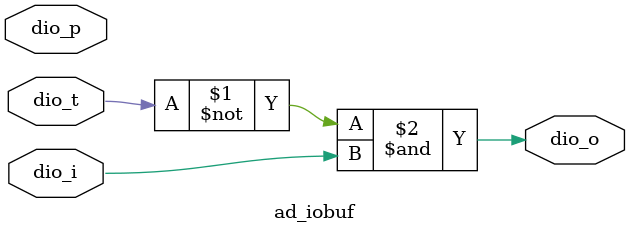
<source format=v>
module ad_iobuf(	// file.cleaned.mlir:2:3
  input  dio_t,	// file.cleaned.mlir:2:26
         dio_i,	// file.cleaned.mlir:2:42
  inout  dio_p,	// file.cleaned.mlir:2:61
  output dio_o	// file.cleaned.mlir:2:78
);

  assign dio_o = ~dio_t & dio_i;	// file.cleaned.mlir:4:10, :5:10, :6:5
endmodule


</source>
